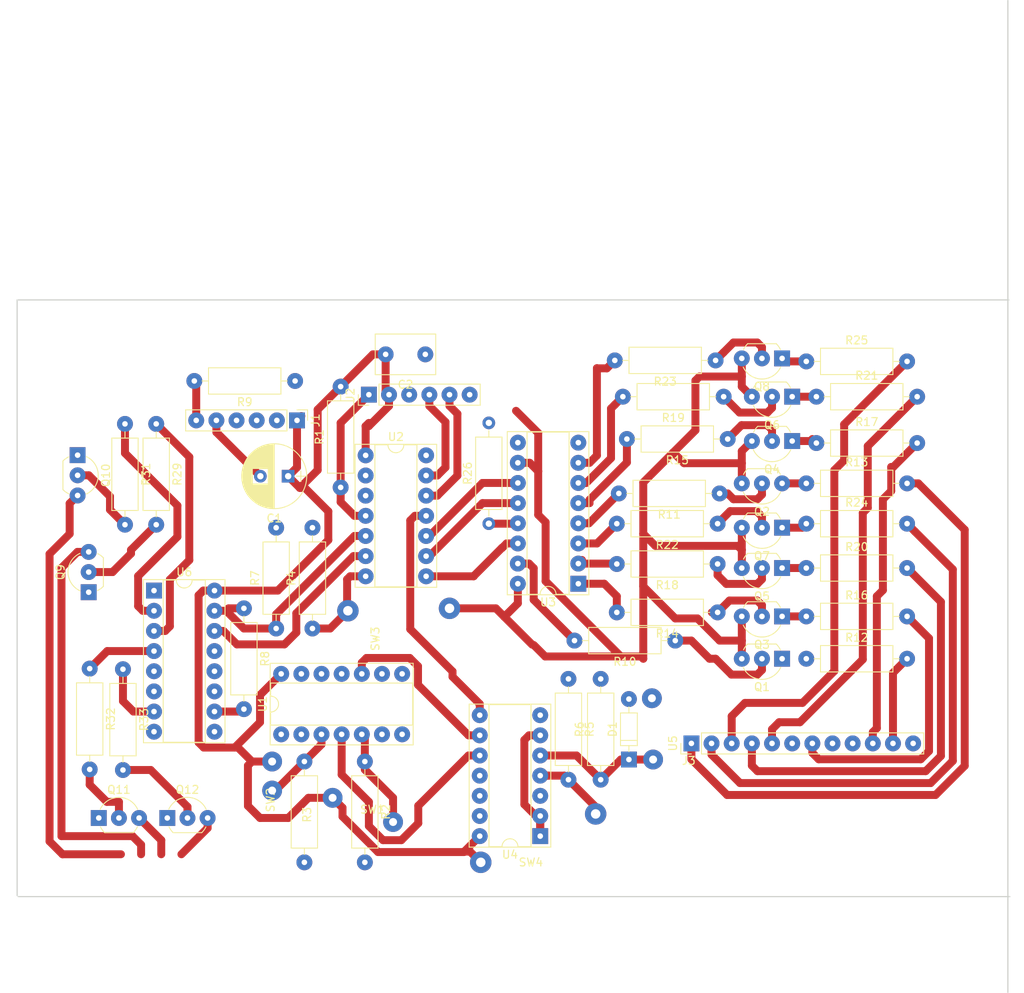
<source format=kicad_pcb>
(kicad_pcb (version 20171130) (host pcbnew "(5.0.0)")
  (layers (0 F.Cu signal) (31 B.Cu signal) (34 B.Paste user) (35 F.Paste user) (36 B.SilkS user) (37 F.SilkS user) (38 B.Mask user) (39 F.Mask user) (44 Edge.Cuts user))
  (net 0 "")
  (net 1 GND)
  (net 2 +5V)
  (net 3 "Net-(D1-Pad1)")
  (net 4 "Net-(J1-Pad6)")
  (net 5 /ICSPDAT)
  (net 6 /ICSPCLK)
  (net 7 /MCLR)
  (net 8 "Net-(R2-Pad1)")
  (net 9 "Net-(R3-Pad1)")
  (net 10 /CONTINUE)
  (net 11 "Net-(R5-Pad2)")
  (net 12 /RESET_CTR)
  (net 13 "Net-(R8-Pad2)")
  (net 14 /MANUAL_TRIGGER)
  (net 15 /WATCH_RCLK)
  (net 16 /CTR_CLK)
  (net 17 /WATCH_CLK)
  (net 18 /TRIGGER)
  (net 19 /WATCH_DATA)
  (net 20 "Net-(U4-Pad1)")
  (net 21 /EXT_TRIGGER)
  (net 22 /CA2)
  (net 23 /CA1)
  (net 24 /CA3)
  (net 25 /CA4)
  (net 26 "Net-(Q8-Pad2)")
  (net 27 "Net-(Q12-Pad2)")
  (net 28 "Net-(Q11-Pad2)")
  (net 29 "Net-(Q10-Pad2)")
  (net 30 "Net-(Q9-Pad2)")
  (net 31 "Net-(Q7-Pad2)")
  (net 32 "Net-(Q5-Pad2)")
  (net 33 "Net-(Q3-Pad2)")
  (net 34 "Net-(Q2-Pad2)")
  (net 35 "Net-(Q1-Pad2)")
  (net 36 "Net-(Q6-Pad2)")
  (net 37 "Net-(Q4-Pad2)")
  (net 38 /e)
  (net 39 /QC)
  (net 40 /QG)
  (net 41 /c)
  (net 42 /g)
  (net 43 /QD)
  (net 44 /QDP)
  (net 45 /d)
  (net 46 /QA)
  (net 47 /dp)
  (net 48 /QF)
  (net 49 /b)
  (net 50 /QE)
  (net 51 /a)
  (net 52 /QB)
  (net 53 /f)
  (net 54 "Net-(Q11-Pad3)")
  (net 55 "Net-(Q7-Pad1)")
  (net 56 "Net-(Q12-Pad3)")
  (net 57 "Net-(Q10-Pad3)")
  (net 58 "Net-(Q9-Pad3)")
  (net 59 "Net-(Q8-Pad1)")
  (net 60 "Net-(Q4-Pad1)")
  (net 61 "Net-(Q3-Pad1)")
  (net 62 "Net-(Q2-Pad1)")
  (net 63 "Net-(Q6-Pad1)")
  (net 64 "Net-(Q5-Pad1)")
  (net 65 "Net-(Q1-Pad1)")
  (net 66 "Net-(R26-Pad1)")
  (net 67 "Net-(U1-Pad10)")
  (module Wire_Connections_Bridges:WireConnection_1.20mmDrill (layer F.Cu) (at 198.0692 113.5888)
    (fp_text reference SW4 (at 4.8514 0.2032) (layer F.SilkS))
    (fp_text value SW_SPST)
    (pad 1 thru_hole circle (at -1.4732 0.2032) (size 2.70002 2.70002) (drill 1.19888) (layers *.Cu *.Mask) (net 2 +5V))
    (pad 2 thru_hole circle (at 13.0048 -5.8928) (size 2.70002 2.70002) (drill 1.19888) (layers *.Cu *.Mask) (net 11 "Net-(R5-Pad2)"))
  )
  (module Resistors_THT:R_Axial_DIN0309_L9.0mm_D3.2mm_P12.70mm_Horizontal (layer F.Cu) (at 197.612 71.12 90)
    (fp_text reference R26 (at 6.35 -2.66 90) (layer F.SilkS))
    (fp_text value 10k)
    (pad 2 thru_hole oval (at 12.7 0 90) (size 1.6 1.6) (drill 0.8) (layers *.Cu *.Mask) (net 1 GND))
    (pad 1 thru_hole circle (at 0 0 90) (size 1.6 1.6) (drill 0.8) (layers *.Cu *.Mask) (net 66 "Net-(R26-Pad1)"))
  )
  (module Pin_Headers:Pin_Header_Straight_1x12_Pitch2.54mm (layer F.Cu) (at 223.139 98.806 90)
    (fp_text reference U5 (at 0 -2.33 90) (layer F.SilkS))
    (fp_text value CA56-12CGKWA)
    (pad 12 thru_hole oval (at 0 27.94 90) (size 2 2) (drill 0.7) (layers *.Cu *.Mask) (net 58 "Net-(Q9-Pad3)"))
    (pad 11 thru_hole oval (at 0 25.4 90) (size 2 2) (drill 0.7) (layers *.Cu *.Mask) (net 51 /a))
    (pad 10 thru_hole oval (at 0 22.86 90) (size 2 2) (drill 0.7) (layers *.Cu *.Mask) (net 53 /f))
    (pad 9 thru_hole oval (at 0 20.32 90) (size 2 2) (drill 0.7) (layers *.Cu *.Mask) (net 57 "Net-(Q10-Pad3)"))
    (pad 8 thru_hole oval (at 0 17.78 90) (size 2 2) (drill 0.7) (layers *.Cu *.Mask) (net 54 "Net-(Q11-Pad3)"))
    (pad 7 thru_hole oval (at 0 15.24 90) (size 2 2) (drill 0.7) (layers *.Cu *.Mask) (net 49 /b))
    (pad 6 thru_hole oval (at 0 12.7 90) (size 2 2) (drill 0.7) (layers *.Cu *.Mask) (net 56 "Net-(Q12-Pad3)"))
    (pad 5 thru_hole oval (at 0 10.16 90) (size 2 2) (drill 0.7) (layers *.Cu *.Mask) (net 42 /g))
    (pad 4 thru_hole oval (at 0 7.62 90) (size 2 2) (drill 0.7) (layers *.Cu *.Mask) (net 41 /c))
    (pad 3 thru_hole oval (at 0 5.08 90) (size 2 2) (drill 0.7) (layers *.Cu *.Mask) (net 47 /dp))
    (pad 2 thru_hole oval (at 0 2.54 90) (size 2 2) (drill 0.7) (layers *.Cu *.Mask) (net 45 /d))
    (pad 1 thru_hole rect (at 0 0 90) (size 2 2) (drill 0.7) (layers *.Cu *.Mask) (net 38 /e))
  )
  (module Resistors_THT:R_Axial_DIN0309_L9.0mm_D3.2mm_P12.70mm_Horizontal (layer F.Cu) (at 175.387 84.328 90)
    (fp_text reference R4 (at 6.35 -2.66 90) (layer F.SilkS))
    (fp_text value 100k)
    (pad 2 thru_hole oval (at 12.7 0 90) (size 2 2) (drill 0.7) (layers *.Cu *.Mask) (net 1 GND))
    (pad 1 thru_hole oval (at 0 0 90) (size 2 2) (drill 0.7) (layers *.Cu *.Mask) (net 10 /CONTINUE))
  )
  (module TO_SOT_Packages_THT:TO-92_Inline_Wide (layer F.Cu) (at 235.839 60.706 180)
    (fp_text reference Q4 (at 2.54 -3.56) (layer F.SilkS))
    (fp_text value 2N3904)
    (pad 2 thru_hole oval (at 2.54 0 180) (size 2 2) (drill 0.7) (layers *.Cu *.Mask) (net 37 "Net-(Q4-Pad2)"))
    (pad 3 thru_hole oval (at 5.08 0 180) (size 2 2) (drill 0.7) (layers *.Cu *.Mask) (net 2 +5V))
    (pad 1 thru_hole rect (at 0 0 180) (size 2 2) (drill 0.7) (layers *.Cu *.Mask) (net 60 "Net-(Q4-Pad1)"))
  )
  (module TO_SOT_Packages_THT:TO-92_Inline_Wide (layer F.Cu) (at 235.839 55.118 180)
    (fp_text reference Q6 (at 2.54 -3.56) (layer F.SilkS))
    (fp_text value 2N3904)
    (pad 1 thru_hole rect (at 0 0 180) (size 2 2) (drill 0.7) (layers *.Cu *.Mask) (net 63 "Net-(Q6-Pad1)"))
    (pad 3 thru_hole oval (at 5.08 0 180) (size 2 2) (drill 0.7) (layers *.Cu *.Mask) (net 2 +5V))
    (pad 2 thru_hole oval (at 2.54 0 180) (size 2 2) (drill 0.7) (layers *.Cu *.Mask) (net 36 "Net-(Q6-Pad2)"))
  )
  (module TO_SOT_Packages_THT:TO-92_Inline_Wide (layer F.Cu) (at 234.569 88.138 180)
    (fp_text reference Q1 (at 2.54 -3.56) (layer F.SilkS))
    (fp_text value 2N3904)
    (pad 2 thru_hole oval (at 2.54 0 180) (size 2 2) (drill 0.7) (layers *.Cu *.Mask) (net 35 "Net-(Q1-Pad2)"))
    (pad 3 thru_hole oval (at 5.08 0 180) (size 2 2) (drill 0.7) (layers *.Cu *.Mask) (net 2 +5V))
    (pad 1 thru_hole rect (at 0 0 180) (size 2 2) (drill 0.7) (layers *.Cu *.Mask) (net 65 "Net-(Q1-Pad1)"))
  )
  (module TO_SOT_Packages_THT:TO-92_Inline_Wide (layer F.Cu) (at 234.569 66.04 180)
    (fp_text reference Q2 (at 2.54 -3.56) (layer F.SilkS))
    (fp_text value 2N3904)
    (pad 1 thru_hole oval (at 0 0 180) (size 2 2) (drill 0.7) (layers *.Cu *.Mask) (net 62 "Net-(Q2-Pad1)"))
    (pad 3 thru_hole oval (at 5.08 0 180) (size 2 2) (drill 0.7) (layers *.Cu *.Mask) (net 2 +5V))
    (pad 2 thru_hole oval (at 2.54 0 180) (size 2 2) (drill 0.7) (layers *.Cu *.Mask) (net 34 "Net-(Q2-Pad2)"))
  )
  (module TO_SOT_Packages_THT:TO-92_Inline_Wide (layer F.Cu) (at 234.569 82.804 180)
    (fp_text reference Q3 (at 2.54 -3.56) (layer F.SilkS))
    (fp_text value 2N3904)
    (pad 2 thru_hole oval (at 2.54 0 180) (size 2 2) (drill 0.7) (layers *.Cu *.Mask) (net 33 "Net-(Q3-Pad2)"))
    (pad 3 thru_hole oval (at 5.08 0 180) (size 2 2) (drill 0.7) (layers *.Cu *.Mask) (net 2 +5V))
    (pad 1 thru_hole rect (at 0 0 180) (size 2 2) (drill 0.7) (layers *.Cu *.Mask) (net 61 "Net-(Q3-Pad1)"))
  )
  (module TO_SOT_Packages_THT:TO-92_Inline_Wide (layer F.Cu) (at 234.569 76.708 180)
    (fp_text reference Q5 (at 2.54 -3.56) (layer F.SilkS))
    (fp_text value 2N3904)
    (pad 1 thru_hole rect (at 0 0 180) (size 2 2) (drill 0.7) (layers *.Cu *.Mask) (net 64 "Net-(Q5-Pad1)"))
    (pad 3 thru_hole oval (at 5.08 0 180) (size 2 2) (drill 0.7) (layers *.Cu *.Mask) (net 2 +5V))
    (pad 2 thru_hole oval (at 2.54 0 180) (size 2 2) (drill 0.7) (layers *.Cu *.Mask) (net 32 "Net-(Q5-Pad2)"))
  )
  (module TO_SOT_Packages_THT:TO-92_Inline_Wide (layer F.Cu) (at 234.569 71.628 180)
    (fp_text reference Q7 (at 2.54 -3.56) (layer F.SilkS))
    (fp_text value 2N3904)
    (pad 2 thru_hole oval (at 2.54 0 180) (size 2 2) (drill 0.7) (layers *.Cu *.Mask) (net 31 "Net-(Q7-Pad2)"))
    (pad 3 thru_hole oval (at 5.08 0 180) (size 2 2) (drill 0.7) (layers *.Cu *.Mask) (net 2 +5V))
    (pad 1 thru_hole rect (at 0 0 180) (size 2 2) (drill 0.7) (layers *.Cu *.Mask) (net 55 "Net-(Q7-Pad1)"))
  )
  (module TO_SOT_Packages_THT:TO-92_Inline_Wide (layer F.Cu) (at 147.193 79.756 90)
    (fp_text reference Q9 (at 2.54 -3.56 270) (layer F.SilkS))
    (fp_text value 2N3904)
    (pad 1 thru_hole rect (at 0 0 90) (size 2 2) (drill 0.7) (layers *.Cu *.Mask) (net 1 GND))
    (pad 3 thru_hole oval (at 5.08 0 90) (size 2 2) (drill 0.7) (layers *.Cu *.Mask) (net 58 "Net-(Q9-Pad3)"))
    (pad 2 thru_hole oval (at 2.54 0 90) (size 2 2) (drill 0.7) (layers *.Cu *.Mask) (net 30 "Net-(Q9-Pad2)"))
  )
  (module TO_SOT_Packages_THT:TO-92_Inline_Wide (layer F.Cu) (at 145.796 62.484 270)
    (fp_text reference Q10 (at 2.54 -3.56 90) (layer F.SilkS))
    (fp_text value 2N3904)
    (pad 2 thru_hole oval (at 2.54 0 270) (size 2 2) (drill 0.7) (layers *.Cu *.Mask) (net 29 "Net-(Q10-Pad2)"))
    (pad 3 thru_hole oval (at 5.08 0 270) (size 2 2) (drill 0.7) (layers *.Cu *.Mask) (net 57 "Net-(Q10-Pad3)"))
    (pad 1 thru_hole rect (at 0 0 270) (size 2 2) (drill 0.7) (layers *.Cu *.Mask) (net 1 GND))
  )
  (module TO_SOT_Packages_THT:TO-92_Inline_Wide (layer F.Cu) (at 148.463 108.204)
    (fp_text reference Q11 (at 2.54 -3.56 180) (layer F.SilkS))
    (fp_text value 2N3904)
    (pad 1 thru_hole rect (at 0 0) (size 2 2) (drill 0.7) (layers *.Cu *.Mask) (net 1 GND))
    (pad 3 thru_hole oval (at 5.08 0) (size 2 2) (drill 0.7) (layers *.Cu *.Mask) (net 54 "Net-(Q11-Pad3)"))
    (pad 2 thru_hole oval (at 2.54 0) (size 2 2) (drill 0.7) (layers *.Cu *.Mask) (net 28 "Net-(Q11-Pad2)"))
  )
  (module TO_SOT_Packages_THT:TO-92_Inline_Wide (layer F.Cu) (at 157.099 108.204)
    (fp_text reference Q12 (at 2.54 -3.56 180) (layer F.SilkS))
    (fp_text value 2N3904)
    (pad 2 thru_hole oval (at 2.54 0) (size 2 2) (drill 0.7) (layers *.Cu *.Mask) (net 27 "Net-(Q12-Pad2)"))
    (pad 3 thru_hole oval (at 5.08 0) (size 2 2) (drill 0.7) (layers *.Cu *.Mask) (net 56 "Net-(Q12-Pad3)"))
    (pad 1 thru_hole rect (at 0 0) (size 2 2) (drill 0.7) (layers *.Cu *.Mask) (net 1 GND))
  )
  (module TO_SOT_Packages_THT:TO-92_Inline_Wide (layer F.Cu) (at 234.569 50.292 180)
    (fp_text reference Q8 (at 2.54 -3.56) (layer F.SilkS))
    (fp_text value 2N3904)
    (pad 1 thru_hole rect (at 0 0 180) (size 2 2) (drill 0.7) (layers *.Cu *.Mask) (net 59 "Net-(Q8-Pad1)"))
    (pad 3 thru_hole oval (at 5.08 0 180) (size 2 2) (drill 0.7) (layers *.Cu *.Mask) (net 2 +5V))
    (pad 2 thru_hole oval (at 2.54 0 180) (size 2 2) (drill 0.7) (layers *.Cu *.Mask) (net 26 "Net-(Q8-Pad2)"))
  )
  (module Housings_DIP:DIP-16_W7.62mm_Socket (layer F.Cu) (at 208.8896 78.6892 180)
    (fp_text reference U3 (at 3.81 -2.33 180) (layer F.SilkS))
    (fp_text value 74HC595)
    (pad 16 thru_hole oval (at 7.62 0 180) (size 2 2) (drill 0.7) (layers *.Cu *.Mask) (net 2 +5V))
    (pad 8 thru_hole oval (at 0 17.78 180) (size 2 2) (drill 0.7) (layers *.Cu *.Mask) (net 1 GND))
    (pad 15 thru_hole oval (at 7.62 2.54 180) (size 2 2) (drill 0.7) (layers *.Cu *.Mask) (net 46 /QA))
    (pad 7 thru_hole oval (at 0 15.24 180) (size 2 2) (drill 0.7) (layers *.Cu *.Mask) (net 44 /QDP))
    (pad 14 thru_hole oval (at 7.62 5.08 180) (size 2 2) (drill 0.7) (layers *.Cu *.Mask) (net 19 /WATCH_DATA))
    (pad 6 thru_hole oval (at 0 12.7 180) (size 2 2) (drill 0.7) (layers *.Cu *.Mask) (net 40 /QG))
    (pad 13 thru_hole oval (at 7.62 7.62 180) (size 2 2) (drill 0.7) (layers *.Cu *.Mask) (net 66 "Net-(R26-Pad1)"))
    (pad 5 thru_hole oval (at 0 10.16 180) (size 2 2) (drill 0.7) (layers *.Cu *.Mask) (net 48 /QF))
    (pad 12 thru_hole oval (at 7.62 10.16 180) (size 2 2) (drill 0.7) (layers *.Cu *.Mask) (net 15 /WATCH_RCLK))
    (pad 4 thru_hole oval (at 0 7.62 180) (size 2 2) (drill 0.7) (layers *.Cu *.Mask) (net 50 /QE))
    (pad 11 thru_hole oval (at 7.62 12.7 180) (size 2 2) (drill 0.7) (layers *.Cu *.Mask) (net 17 /WATCH_CLK))
    (pad 3 thru_hole oval (at 0 5.08 180) (size 2 2) (drill 0.7) (layers *.Cu *.Mask) (net 43 /QD))
    (pad 10 thru_hole oval (at 7.62 15.24 180) (size 2 2) (drill 0.7) (layers *.Cu *.Mask) (net 2 +5V))
    (pad 2 thru_hole oval (at 0 2.54 180) (size 2 2) (drill 0.7) (layers *.Cu *.Mask) (net 39 /QC))
    (pad 9 thru_hole oval (at 7.62 17.78 180) (size 2 2) (drill 0.7) (layers *.Cu *.Mask))
    (pad 1 thru_hole rect (at 0 0 180) (size 2 2) (drill 0.7) (layers *.Cu *.Mask) (net 52 /QB))
  )
  (module Resistors_THT:R_Axial_DIN0309_L9.0mm_D3.2mm_P12.70mm_Horizontal (layer F.Cu) (at 238.887 60.96)
    (fp_text reference R17 (at 6.35 -2.66) (layer F.SilkS))
    (fp_text value 500)
    (pad 1 thru_hole oval (at 0 0) (size 2 2) (drill 0.7) (layers *.Cu *.Mask) (net 60 "Net-(Q4-Pad1)"))
    (pad 2 thru_hole oval (at 12.7 0) (size 2 2) (drill 0.7) (layers *.Cu *.Mask) (net 53 /f))
  )
  (module Resistors_THT:R_Axial_DIN0309_L9.0mm_D3.2mm_P12.70mm_Horizontal (layer F.Cu) (at 226.441 82.296 180)
    (fp_text reference R14 (at 6.35 -2.66 180) (layer F.SilkS))
    (fp_text value 10k)
    (pad 2 thru_hole oval (at 12.7 0 180) (size 2 2) (drill 0.7) (layers *.Cu *.Mask) (net 52 /QB))
    (pad 1 thru_hole oval (at 0 0 180) (size 2 2) (drill 0.7) (layers *.Cu *.Mask) (net 33 "Net-(Q3-Pad2)"))
  )
  (module Resistors_THT:R_Axial_DIN0309_L9.0mm_D3.2mm_P12.70mm_Horizontal (layer F.Cu) (at 237.617 88.138)
    (fp_text reference R12 (at 6.35 -2.66) (layer F.SilkS))
    (fp_text value 500)
    (pad 1 thru_hole oval (at 0 0) (size 2 2) (drill 0.7) (layers *.Cu *.Mask) (net 65 "Net-(Q1-Pad1)"))
    (pad 2 thru_hole oval (at 12.7 0) (size 2 2) (drill 0.7) (layers *.Cu *.Mask) (net 51 /a))
  )
  (module Resistors_THT:R_Axial_DIN0309_L9.0mm_D3.2mm_P12.70mm_Horizontal (layer F.Cu) (at 226.695 67.31 180)
    (fp_text reference R11 (at 6.35 -2.66 180) (layer F.SilkS))
    (fp_text value 10k)
    (pad 2 thru_hole oval (at 12.7 0 180) (size 2 2) (drill 0.7) (layers *.Cu *.Mask) (net 50 /QE))
    (pad 1 thru_hole oval (at 0 0 180) (size 2 2) (drill 0.7) (layers *.Cu *.Mask) (net 34 "Net-(Q2-Pad2)"))
  )
  (module Resistors_THT:R_Axial_DIN0309_L9.0mm_D3.2mm_P12.70mm_Horizontal (layer F.Cu) (at 151.765 58.547 270)
    (fp_text reference R31 (at 6.35 -2.66 270) (layer F.SilkS))
    (fp_text value 200)
    (pad 1 thru_hole oval (at 0 0 270) (size 2 2) (drill 0.7) (layers *.Cu *.Mask) (net 22 /CA2))
    (pad 2 thru_hole oval (at 12.7 0 270) (size 2 2) (drill 0.7) (layers *.Cu *.Mask) (net 29 "Net-(Q10-Pad2)"))
  )
  (module Resistors_THT:R_Axial_DIN0309_L9.0mm_D3.2mm_P12.70mm_Horizontal (layer F.Cu) (at 237.617 82.804)
    (fp_text reference R16 (at 6.35 -2.66) (layer F.SilkS))
    (fp_text value 500)
    (pad 2 thru_hole oval (at 12.7 0) (size 2 2) (drill 0.7) (layers *.Cu *.Mask) (net 49 /b))
    (pad 1 thru_hole oval (at 0 0) (size 2 2) (drill 0.7) (layers *.Cu *.Mask) (net 61 "Net-(Q3-Pad1)"))
  )
  (module Resistors_THT:R_Axial_DIN0309_L9.0mm_D3.2mm_P12.70mm_Horizontal (layer F.Cu) (at 227.711 60.452 180)
    (fp_text reference R15 (at 6.35 -2.66 180) (layer F.SilkS))
    (fp_text value 10k)
    (pad 1 thru_hole oval (at 0 0 180) (size 2 2) (drill 0.7) (layers *.Cu *.Mask) (net 37 "Net-(Q4-Pad2)"))
    (pad 2 thru_hole oval (at 12.7 0 180) (size 2 2) (drill 0.7) (layers *.Cu *.Mask) (net 48 /QF))
  )
  (module Resistors_THT:R_Axial_DIN0309_L9.0mm_D3.2mm_P12.70mm_Horizontal (layer F.Cu) (at 237.617 50.673)
    (fp_text reference R25 (at 6.35 -2.66) (layer F.SilkS))
    (fp_text value 500)
    (pad 2 thru_hole oval (at 12.7 0) (size 2 2) (drill 0.7) (layers *.Cu *.Mask) (net 47 /dp))
    (pad 1 thru_hole oval (at 0 0) (size 2 2) (drill 0.7) (layers *.Cu *.Mask) (net 59 "Net-(Q8-Pad1)"))
  )
  (module Resistors_THT:R_Axial_DIN0309_L9.0mm_D3.2mm_P12.70mm_Horizontal (layer F.Cu) (at 221.107 85.852 180)
    (fp_text reference R10 (at 6.35 -2.66 180) (layer F.SilkS))
    (fp_text value 10k)
    (pad 1 thru_hole oval (at 0 0 180) (size 2 2) (drill 0.7) (layers *.Cu *.Mask) (net 35 "Net-(Q1-Pad2)"))
    (pad 2 thru_hole oval (at 12.7 0 180) (size 2 2) (drill 0.7) (layers *.Cu *.Mask) (net 46 /QA))
  )
  (module Resistors_THT:R_Axial_DIN0309_L9.0mm_D3.2mm_P12.70mm_Horizontal (layer F.Cu) (at 147.32 89.3826 270)
    (fp_text reference R32 (at 6.35 -2.66 270) (layer F.SilkS))
    (fp_text value 200)
    (pad 2 thru_hole oval (at 12.7 0 270) (size 2 2) (drill 0.7) (layers *.Cu *.Mask) (net 28 "Net-(Q11-Pad2)"))
    (pad 1 thru_hole oval (at 0 0 270) (size 2 2) (drill 0.7) (layers *.Cu *.Mask) (net 24 /CA3))
  )
  (module Resistors_THT:R_Axial_DIN0309_L9.0mm_D3.2mm_P12.70mm_Horizontal (layer F.Cu) (at 155.702 58.547 270)
    (fp_text reference R29 (at 6.35 -2.66 270) (layer F.SilkS))
    (fp_text value 200)
    (pad 2 thru_hole oval (at 12.7 0 270) (size 2 2) (drill 0.7) (layers *.Cu *.Mask) (net 30 "Net-(Q9-Pad2)"))
    (pad 1 thru_hole oval (at 0 0 270) (size 2 2) (drill 0.7) (layers *.Cu *.Mask) (net 23 /CA1))
  )
  (module Resistors_THT:R_Axial_DIN0309_L9.0mm_D3.2mm_P12.70mm_Horizontal (layer F.Cu) (at 237.617 71.12)
    (fp_text reference R24 (at 6.35 -2.66) (layer F.SilkS))
    (fp_text value 500)
    (pad 2 thru_hole oval (at 12.7 0) (size 2 2) (drill 0.7) (layers *.Cu *.Mask) (net 45 /d))
    (pad 1 thru_hole oval (at 0 0) (size 2 2) (drill 0.7) (layers *.Cu *.Mask) (net 55 "Net-(Q7-Pad1)"))
  )
  (module Resistors_THT:R_Axial_DIN0309_L9.0mm_D3.2mm_P12.70mm_Horizontal (layer F.Cu) (at 226.187 50.546 180)
    (fp_text reference R23 (at 6.35 -2.66 180) (layer F.SilkS))
    (fp_text value 10k)
    (pad 1 thru_hole oval (at 0 0 180) (size 2 2) (drill 0.7) (layers *.Cu *.Mask) (net 26 "Net-(Q8-Pad2)"))
    (pad 2 thru_hole oval (at 12.7 0 180) (size 2 2) (drill 0.7) (layers *.Cu *.Mask) (net 44 /QDP))
  )
  (module Resistors_THT:R_Axial_DIN0309_L9.0mm_D3.2mm_P12.70mm_Horizontal (layer F.Cu) (at 226.441 71.12 180)
    (fp_text reference R22 (at 6.35 -2.66 180) (layer F.SilkS))
    (fp_text value 10k)
    (pad 2 thru_hole oval (at 12.7 0 180) (size 2 2) (drill 0.7) (layers *.Cu *.Mask) (net 43 /QD))
    (pad 1 thru_hole oval (at 0 0 180) (size 2 2) (drill 0.7) (layers *.Cu *.Mask) (net 31 "Net-(Q7-Pad2)"))
  )
  (module Resistors_THT:R_Axial_DIN0309_L9.0mm_D3.2mm_P12.70mm_Horizontal (layer F.Cu) (at 238.887 55.118)
    (fp_text reference R21 (at 6.35 -2.66) (layer F.SilkS))
    (fp_text value 500)
    (pad 1 thru_hole oval (at 0 0) (size 2 2) (drill 0.7) (layers *.Cu *.Mask) (net 63 "Net-(Q6-Pad1)"))
    (pad 2 thru_hole oval (at 12.7 0) (size 2 2) (drill 0.7) (layers *.Cu *.Mask) (net 42 /g))
  )
  (module Resistors_THT:R_Axial_DIN0309_L9.0mm_D3.2mm_P12.70mm_Horizontal (layer F.Cu) (at 237.617 76.708)
    (fp_text reference R20 (at 6.35 -2.66) (layer F.SilkS))
    (fp_text value 500)
    (pad 2 thru_hole oval (at 12.7 0) (size 2 2) (drill 0.7) (layers *.Cu *.Mask) (net 41 /c))
    (pad 1 thru_hole oval (at 0 0) (size 2 2) (drill 0.7) (layers *.Cu *.Mask) (net 64 "Net-(Q5-Pad1)"))
  )
  (module Resistors_THT:R_Axial_DIN0309_L9.0mm_D3.2mm_P12.70mm_Horizontal (layer F.Cu) (at 227.203 55.118 180)
    (fp_text reference R19 (at 6.35 -2.66 180) (layer F.SilkS))
    (fp_text value 10k)
    (pad 1 thru_hole oval (at 0 0 180) (size 2 2) (drill 0.7) (layers *.Cu *.Mask) (net 36 "Net-(Q6-Pad2)"))
    (pad 2 thru_hole oval (at 12.7 0 180) (size 2 2) (drill 0.7) (layers *.Cu *.Mask) (net 40 /QG))
  )
  (module Resistors_THT:R_Axial_DIN0309_L9.0mm_D3.2mm_P12.70mm_Horizontal (layer F.Cu) (at 226.441 76.2 180)
    (fp_text reference R18 (at 6.35 -2.66 180) (layer F.SilkS))
    (fp_text value 10k)
    (pad 2 thru_hole oval (at 12.7 0 180) (size 2 2) (drill 0.7) (layers *.Cu *.Mask) (net 39 /QC))
    (pad 1 thru_hole oval (at 0 0 180) (size 2 2) (drill 0.7) (layers *.Cu *.Mask) (net 32 "Net-(Q5-Pad2)"))
  )
  (module Resistors_THT:R_Axial_DIN0309_L9.0mm_D3.2mm_P12.70mm_Horizontal (layer F.Cu) (at 237.617 66.04)
    (fp_text reference R13 (at 6.35 -2.66) (layer F.SilkS))
    (fp_text value 500)
    (pad 1 thru_hole oval (at 0 0) (size 2 2) (drill 0.7) (layers *.Cu *.Mask) (net 62 "Net-(Q2-Pad1)"))
    (pad 2 thru_hole oval (at 12.7 0) (size 2 2) (drill 0.7) (layers *.Cu *.Mask) (net 38 /e))
  )
  (module Resistors_THT:R_Axial_DIN0309_L9.0mm_D3.2mm_P12.70mm_Horizontal (layer F.Cu) (at 151.511 89.4588 270)
    (fp_text reference R33 (at 6.35 -2.66 270) (layer F.SilkS))
    (fp_text value 200)
    (pad 2 thru_hole oval (at 12.7 0 270) (size 2 2) (drill 0.7) (layers *.Cu *.Mask) (net 27 "Net-(Q12-Pad2)"))
    (pad 1 thru_hole oval (at 0 0 270) (size 2 2) (drill 0.7) (layers *.Cu *.Mask) (net 25 /CA4))
  )
  (module Wire_Connections_Bridges:WireConnection_1.00mmDrill (layer F.Cu) (at 217.9574 100.7872)
    (fp_text reference J3 (at 4.8514 0.2032) (layer F.SilkS))
    (fp_text value Conn_Coaxial)
    (pad 2 thru_hole circle (at 0.2032 -7.6708) (size 2.49936 2.49936) (drill 1.00076) (layers *.Cu *.Mask) (net 1 GND))
    (pad 1 thru_hole circle (at 0.3556 0.0508) (size 2.49936 2.49936) (drill 1.00076) (layers *.Cu *.Mask) (net 3 "Net-(D1-Pad1)"))
  )
  (module Wire_Connections_Bridges:WireConnection_1.00mmDrill (layer F.Cu) (at 178.0794 106.934)
    (fp_text reference SW1 (at 4.8514 0.2032) (layer F.SilkS))
    (fp_text value SW_Push)
    (pad 1 thru_hole circle (at -0.1524 -1.27) (size 2.49936 2.49936) (drill 1.00076) (layers *.Cu *.Mask) (net 2 +5V))
    (pad 2 thru_hole circle (at 7.4676 1.778) (size 2.49936 2.49936) (drill 1.00076) (layers *.Cu *.Mask) (net 8 "Net-(R2-Pad1)"))
  )
  (module Wire_Connections_Bridges:WireConnection_1.00mmDrill (layer F.Cu) (at 170.307 101.092 270)
    (fp_text reference SW2 (at 4.8514 0.2032 270) (layer F.SilkS))
    (fp_text value SW_Push)
    (pad 2 thru_hole circle (at 3.6576 0 270) (size 2.49936 2.49936) (drill 1.00076) (layers *.Cu *.Mask) (net 9 "Net-(R3-Pad1)"))
    (pad 1 thru_hole circle (at 0 0 270) (size 2.49936 2.49936) (drill 1.00076) (layers *.Cu *.Mask) (net 2 +5V))
  )
  (module Wire_Connections_Bridges:WireConnection_1.20mmDrill (layer F.Cu) (at 183.515 80.772 270)
    (fp_text reference SW3 (at 4.8514 0.2032 270) (layer F.SilkS))
    (fp_text value SW_SPST)
    (pad 2 thru_hole circle (at 1.3208 3.6576 270) (size 2.70002 2.70002) (drill 1.19888) (layers *.Cu *.Mask) (net 10 /CONTINUE))
    (pad 1 thru_hole circle (at 1.016 -9.144 270) (size 2.70002 2.70002) (drill 1.19888) (layers *.Cu *.Mask) (net 2 +5V))
  )
  (module Housings_DIP:DIP-14_W7.62mm_Socket (layer F.Cu) (at 182.0926 62.5094)
    (fp_text reference U2 (at 3.81 -2.33) (layer F.SilkS))
    (fp_text value PIC16F616-IP)
    (pad 14 thru_hole oval (at 7.62 0) (size 2 2) (drill 0.7) (layers *.Cu *.Mask) (net 1 GND))
    (pad 7 thru_hole oval (at 0 15.24) (size 2 2) (drill 0.7) (layers *.Cu *.Mask) (net 10 /CONTINUE))
    (pad 13 thru_hole oval (at 7.62 2.54) (size 2 2) (drill 0.7) (layers *.Cu *.Mask) (net 5 /ICSPDAT))
    (pad 6 thru_hole oval (at 0 12.7) (size 2 2) (drill 0.7) (layers *.Cu *.Mask) (net 16 /CTR_CLK))
    (pad 12 thru_hole oval (at 7.62 5.08) (size 2 2) (drill 0.7) (layers *.Cu *.Mask) (net 6 /ICSPCLK))
    (pad 5 thru_hole oval (at 0 10.16) (size 2 2) (drill 0.7) (layers *.Cu *.Mask) (net 12 /RESET_CTR))
    (pad 11 thru_hole oval (at 7.62 7.62) (size 2 2) (drill 0.7) (layers *.Cu *.Mask) (net 18 /TRIGGER))
    (pad 4 thru_hole oval (at 0 7.62) (size 2 2) (drill 0.7) (layers *.Cu *.Mask) (net 7 /MCLR))
    (pad 10 thru_hole oval (at 7.62 10.16) (size 2 2) (drill 0.7) (layers *.Cu *.Mask) (net 17 /WATCH_CLK))
    (pad 3 thru_hole oval (at 0 5.08) (size 2 2) (drill 0.7) (layers *.Cu *.Mask))
    (pad 9 thru_hole oval (at 7.62 12.7) (size 2 2) (drill 0.7) (layers *.Cu *.Mask) (net 15 /WATCH_RCLK))
    (pad e thru_hole oval (at 0 2.54) (size 2 2) (drill 0.7) (layers *.Cu *.Mask))
    (pad 8 thru_hole oval (at 7.62 15.24) (size 2 2) (drill 0.7) (layers *.Cu *.Mask) (net 19 /WATCH_DATA))
    (pad 1 thru_hole oval (at 0 0) (size 2 2) (drill 0.7) (layers *.Cu *.Mask) (net 2 +5V))
  )
  (module Capacitors_THT:CP_Radial_D8.0mm_P3.50mm (layer F.Cu) (at 172.3263 65.1383 180)
    (fp_text reference C1 (at 1.75 -5.31 180) (layer F.SilkS))
    (fp_text value 47uF)
    (pad 2 thru_hole circle (at 3.5 0 180) (size 1.6 1.6) (drill 0.8) (layers *.Cu *.Mask) (net 1 GND))
    (pad 1 thru_hole rect (at 0 0 180) (size 1.6 1.6) (drill 0.8) (layers *.Cu *.Mask) (net 2 +5V))
  )
  (module Pin_Headers:Pin_Header_Straight_1x06_Pitch2.54mm (layer F.Cu) (at 173.4439 58.1025 270)
    (fp_text reference J1 (at 0 -2.33 270) (layer F.SilkS))
    (fp_text value USB_B_Micro)
    (pad 1 thru_hole rect (at 0 0 270) (size 2 2) (drill 0.7) (layers *.Cu *.Mask) (net 2 +5V))
    (pad 2 thru_hole oval (at 0 2.54 270) (size 2 2) (drill 0.7) (layers *.Cu *.Mask))
    (pad 3 thru_hole oval (at 0 5.08 270) (size 2 2) (drill 0.7) (layers *.Cu *.Mask))
    (pad 4 thru_hole oval (at 0 7.62 270) (size 2 2) (drill 0.7) (layers *.Cu *.Mask))
    (pad 5 thru_hole oval (at 0 10.16 270) (size 2 2) (drill 0.7) (layers *.Cu *.Mask) (net 1 GND))
    (pad 6 thru_hole oval (at 0 12.7 270) (size 2 2) (drill 0.7) (layers *.Cu *.Mask) (net 4 "Net-(J1-Pad6)"))
  )
  (module Resistors_THT:R_Axial_DIN0309_L9.0mm_D3.2mm_P12.70mm_Horizontal (layer F.Cu) (at 173.2026 53.1368 180)
    (fp_text reference R9 (at 6.35 -2.66 180) (layer F.SilkS))
    (fp_text value 1M)
    (pad 2 thru_hole oval (at 12.7 0 180) (size 2 2) (drill 0.7) (layers *.Cu *.Mask) (net 4 "Net-(J1-Pad6)"))
    (pad 1 thru_hole oval (at 0 0 180) (size 2 2) (drill 0.7) (layers *.Cu *.Mask) (net 1 GND))
  )
  (module Capacitors_THT:C_Disc_D7.5mm_W5.0mm_P5.00mm (layer F.Cu) (at 189.611 49.784 180)
    (fp_text reference C2 (at 2.5 -3.81 180) (layer F.SilkS))
    (fp_text value 100nF)
    (pad 2 thru_hole oval (at 5 0 180) (size 2 2) (drill 0.7) (layers *.Cu *.Mask) (net 2 +5V))
    (pad 1 thru_hole oval (at 0 0 180) (size 2 2) (drill 0.7) (layers *.Cu *.Mask) (net 1 GND))
  )
  (module Diodes_THT:D_DO-35_SOD27_P7.62mm_Horizontal (layer F.Cu) (at 215.265 100.838 90)
    (fp_text reference D1 (at 3.81 -2.06 90) (layer F.SilkS))
    (fp_text value D_Zener)
    (pad 2 thru_hole oval (at 7.62 0 90) (size 2 2) (drill 0.7) (layers *.Cu *.Mask) (net 1 GND))
    (pad 1 thru_hole rect (at 0 0 90) (size 2 2) (drill 0.7) (layers *.Cu *.Mask) (net 3 "Net-(D1-Pad1)"))
  )
  (module Pin_Headers:Pin_Header_Straight_1x06_Pitch2.54mm (layer F.Cu) (at 182.499 54.864 90)
    (fp_text reference J2 (at 0 -2.33 90) (layer F.SilkS))
    (fp_text value Conn_01x06)
    (pad 6 thru_hole oval (at 0 12.7 90) (size 2 2) (drill 0.7) (layers *.Cu *.Mask))
    (pad 5 thru_hole oval (at 0 10.16 90) (size 2 2) (drill 0.7) (layers *.Cu *.Mask) (net 6 /ICSPCLK))
    (pad 4 thru_hole oval (at 0 7.62 90) (size 2 2) (drill 0.7) (layers *.Cu *.Mask) (net 5 /ICSPDAT))
    (pad 3 thru_hole oval (at 0 5.08 90) (size 2 2) (drill 0.7) (layers *.Cu *.Mask) (net 1 GND))
    (pad 2 thru_hole oval (at 0 2.54 90) (size 2 2) (drill 0.7) (layers *.Cu *.Mask) (net 2 +5V))
    (pad 1 thru_hole rect (at 0 0 90) (size 2 2) (drill 0.7) (layers *.Cu *.Mask) (net 7 /MCLR))
  )
  (module Resistors_THT:R_Axial_DIN0309_L9.0mm_D3.2mm_P12.70mm_Horizontal (layer F.Cu) (at 178.943 66.548 90)
    (fp_text reference R1 (at 6.35 -2.66 90) (layer F.SilkS))
    (fp_text value 5k)
    (pad 1 thru_hole oval (at 0 0 90) (size 2 2) (drill 0.7) (layers *.Cu *.Mask) (net 7 /MCLR))
    (pad 2 thru_hole oval (at 12.7 0 90) (size 2 2) (drill 0.7) (layers *.Cu *.Mask) (net 2 +5V))
  )
  (module Resistors_THT:R_Axial_DIN0309_L9.0mm_D3.2mm_P12.70mm_Horizontal (layer F.Cu) (at 181.991 101.092 270)
    (fp_text reference R2 (at 6.35 -2.66 270) (layer F.SilkS))
    (fp_text value 100k)
    (pad 1 thru_hole oval (at 0 0 270) (size 2 2) (drill 0.7) (layers *.Cu *.Mask) (net 8 "Net-(R2-Pad1)"))
    (pad 2 thru_hole oval (at 12.7 0 270) (size 2 2) (drill 0.7) (layers *.Cu *.Mask) (net 1 GND))
  )
  (module Resistors_THT:R_Axial_DIN0309_L9.0mm_D3.2mm_P12.70mm_Horizontal (layer F.Cu) (at 174.371 101.092 270)
    (fp_text reference R3 (at 6.7056 -0.3429 270) (layer F.SilkS))
    (fp_text value 100k)
    (pad 2 thru_hole oval (at 12.7 0 270) (size 2 2) (drill 0.7) (layers *.Cu *.Mask) (net 1 GND))
    (pad 1 thru_hole oval (at 0 0 270) (size 2 2) (drill 0.7) (layers *.Cu *.Mask) (net 9 "Net-(R3-Pad1)"))
  )
  (module Resistors_THT:R_Axial_DIN0309_L9.0mm_D3.2mm_P12.70mm_Horizontal (layer F.Cu) (at 207.645 90.678 270)
    (fp_text reference R5 (at 6.35 -2.66 270) (layer F.SilkS))
    (fp_text value 100k)
    (pad 2 thru_hole oval (at 12.7 0 270) (size 2 2) (drill 0.7) (layers *.Cu *.Mask) (net 11 "Net-(R5-Pad2)"))
    (pad 1 thru_hole oval (at 0 0 270) (size 2 2) (drill 0.7) (layers *.Cu *.Mask) (net 1 GND))
  )
  (module Resistors_THT:R_Axial_DIN0309_L9.0mm_D3.2mm_P12.70mm_Horizontal (layer F.Cu) (at 211.709 103.378 90)
    (fp_text reference R6 (at 6.35 -2.66 90) (layer F.SilkS))
    (fp_text value 100k)
    (pad 1 thru_hole oval (at 0 0 90) (size 2 2) (drill 0.7) (layers *.Cu *.Mask) (net 3 "Net-(D1-Pad1)"))
    (pad 2 thru_hole oval (at 12.7 0 90) (size 2 2) (drill 0.7) (layers *.Cu *.Mask) (net 1 GND))
  )
  (module Resistors_THT:R_Axial_DIN0309_L9.0mm_D3.2mm_P12.70mm_Horizontal (layer F.Cu) (at 170.815 84.328 90)
    (fp_text reference R7 (at 6.35 -2.66 90) (layer F.SilkS))
    (fp_text value 100k)
    (pad 2 thru_hole oval (at 12.7 0 90) (size 2 2) (drill 0.7) (layers *.Cu *.Mask) (net 1 GND))
    (pad 1 thru_hole oval (at 0 0 90) (size 2 2) (drill 0.7) (layers *.Cu *.Mask) (net 12 /RESET_CTR))
  )
  (module Resistors_THT:R_Axial_DIN0309_L9.0mm_D3.2mm_P12.70mm_Horizontal (layer F.Cu) (at 166.751 81.788 270)
    (fp_text reference R8 (at 6.35 -2.66 270) (layer F.SilkS))
    (fp_text value 10k)
    (pad 1 thru_hole oval (at 0 0 270) (size 2 2) (drill 0.7) (layers *.Cu *.Mask) (net 12 /RESET_CTR))
    (pad 2 thru_hole oval (at 12.7 0 270) (size 2 2) (drill 0.7) (layers *.Cu *.Mask) (net 13 "Net-(R8-Pad2)"))
  )
  (module Housings_DIP:DIP-14_W7.62mm_Socket (layer F.Cu) (at 171.45 97.663 90)
    (fp_text reference U1 (at 3.81 -2.33 90) (layer F.SilkS))
    (fp_text value 74HC14)
    (pad 1 thru_hole oval (at 0 0 90) (size 2 2) (drill 0.7) (layers *.Cu *.Mask))
    (pad 8 thru_hole oval (at 7.62 15.24 90) (size 2 2) (drill 0.7) (layers *.Cu *.Mask))
    (pad 2 thru_hole oval (at 0 2.54 90) (size 2 2) (drill 0.7) (layers *.Cu *.Mask))
    (pad 9 thru_hole oval (at 7.62 12.7 90) (size 2 2) (drill 0.7) (layers *.Cu *.Mask))
    (pad 3 thru_hole oval (at 0 5.08 90) (size 2 2) (drill 0.7) (layers *.Cu *.Mask) (net 9 "Net-(R3-Pad1)"))
    (pad 10 thru_hole oval (at 7.62 10.16 90) (size 2 2) (drill 0.7) (layers *.Cu *.Mask) (net 67 "Net-(U1-Pad10)"))
    (pad 4 thru_hole oval (at 0 7.62 90) (size 2 2) (drill 0.7) (layers *.Cu *.Mask) (net 14 /MANUAL_TRIGGER))
    (pad 11 thru_hole oval (at 7.62 7.62 90) (size 2 2) (drill 0.7) (layers *.Cu *.Mask) (net 21 /EXT_TRIGGER))
    (pad 5 thru_hole oval (at 0 10.16 90) (size 2 2) (drill 0.7) (layers *.Cu *.Mask) (net 8 "Net-(R2-Pad1)"))
    (pad 12 thru_hole oval (at 7.62 5.08 90) (size 2 2) (drill 0.7) (layers *.Cu *.Mask))
    (pad 6 thru_hole oval (at 0 12.7 90) (size 2 2) (drill 0.7) (layers *.Cu *.Mask))
    (pad 13 thru_hole oval (at 7.62 2.54 90) (size 2 2) (drill 0.7) (layers *.Cu *.Mask))
    (pad 7 thru_hole oval (at 0 15.24 90) (size 2 2) (drill 0.7) (layers *.Cu *.Mask) (net 1 GND))
    (pad 14 thru_hole oval (at 7.62 0 90) (size 2 2) (drill 0.7) (layers *.Cu *.Mask) (net 2 +5V))
  )
  (module Housings_DIP:DIP-14_W7.62mm_Socket (layer F.Cu) (at 204.089 110.49 180)
    (fp_text reference U4 (at 3.81 -2.33 180) (layer F.SilkS))
    (fp_text value 74HC00)
    (pad 14 thru_hole oval (at 7.62 0 180) (size 2 2) (drill 0.7) (layers *.Cu *.Mask) (net 2 +5V))
    (pad 7 thru_hole oval (at 0 15.24 180) (size 2 2) (drill 0.7) (layers *.Cu *.Mask) (net 1 GND))
    (pad 13 thru_hole oval (at 7.62 2.54 180) (size 2 2) (drill 0.7) (layers *.Cu *.Mask))
    (pad 6 thru_hole oval (at 0 12.7 180) (size 2 2) (drill 0.7) (layers *.Cu *.Mask) (net 20 "Net-(U4-Pad1)"))
    (pad 12 thru_hole oval (at 7.62 5.08 180) (size 2 2) (drill 0.7) (layers *.Cu *.Mask))
    (pad 5 thru_hole oval (at 0 10.16 180) (size 2 2) (drill 0.7) (layers *.Cu *.Mask) (net 3 "Net-(D1-Pad1)"))
    (pad 11 thru_hole oval (at 7.62 7.62 180) (size 2 2) (drill 0.7) (layers *.Cu *.Mask))
    (pad 4 thru_hole oval (at 0 7.62 180) (size 2 2) (drill 0.7) (layers *.Cu *.Mask) (net 11 "Net-(R5-Pad2)"))
    (pad 10 thru_hole oval (at 7.62 10.16 180) (size 2 2) (drill 0.7) (layers *.Cu *.Mask) (net 14 /MANUAL_TRIGGER))
    (pad 3 thru_hole oval (at 0 5.08 180) (size 2 2) (drill 0.7) (layers *.Cu *.Mask) (net 21 /EXT_TRIGGER))
    (pad 9 thru_hole oval (at 7.62 12.7 180) (size 2 2) (drill 0.7) (layers *.Cu *.Mask) (net 67 "Net-(U1-Pad10)"))
    (pad 2 thru_hole oval (at 0 2.54 180) (size 2 2) (drill 0.7) (layers *.Cu *.Mask) (net 20 "Net-(U4-Pad1)"))
    (pad 8 thru_hole oval (at 7.62 15.24 180) (size 2 2) (drill 0.7) (layers *.Cu *.Mask) (net 18 /TRIGGER))
    (pad 1 thru_hole rect (at 0 0 180) (size 2 2) (drill 0.7) (layers *.Cu *.Mask) (net 20 "Net-(U4-Pad1)"))
  )
  (module Housings_DIP:DIP-16_W7.62mm_Socket (layer F.Cu) (at 155.4226 79.5528)
    (fp_text reference U6 (at 3.81 -2.33) (layer F.SilkS))
    (fp_text value 4017)
    (pad 1 thru_hole rect (at 0 0) (size 2 2) (drill 0.7) (layers *.Cu *.Mask))
    (pad 9 thru_hole oval (at 7.62 17.78) (size 2 2) (drill 0.7) (layers *.Cu *.Mask))
    (pad 2 thru_hole oval (at 0 2.54) (size 2 2) (drill 0.7) (layers *.Cu *.Mask) (net 22 /CA2))
    (pad 10 thru_hole oval (at 7.62 15.24) (size 2 2) (drill 0.7) (layers *.Cu *.Mask) (net 13 "Net-(R8-Pad2)"))
    (pad 3 thru_hole oval (at 0 5.08) (size 2 2) (drill 0.7) (layers *.Cu *.Mask) (net 23 /CA1))
    (pad 11 thru_hole oval (at 7.62 12.7) (size 2 2) (drill 0.7) (layers *.Cu *.Mask))
    (pad 4 thru_hole oval (at 0 7.62) (size 2 2) (drill 0.7) (layers *.Cu *.Mask) (net 24 /CA3))
    (pad 12 thru_hole oval (at 7.62 10.16) (size 2 2) (drill 0.7) (layers *.Cu *.Mask))
    (pad 5 thru_hole oval (at 0 10.16) (size 2 2) (drill 0.7) (layers *.Cu *.Mask))
    (pad 13 thru_hole oval (at 7.62 7.62) (size 2 2) (drill 0.7) (layers *.Cu *.Mask) (net 1 GND))
    (pad 6 thru_hole oval (at 0 12.7) (size 2 2) (drill 0.7) (layers *.Cu *.Mask))
    (pad 14 thru_hole oval (at 7.62 5.08) (size 2 2) (drill 0.7) (layers *.Cu *.Mask) (net 16 /CTR_CLK))
    (pad 7 thru_hole oval (at 0 15.24) (size 2 2) (drill 0.7) (layers *.Cu *.Mask) (net 25 /CA4))
    (pad 15 thru_hole oval (at 7.62 2.54) (size 2 2) (drill 0.7) (layers *.Cu *.Mask) (net 12 /RESET_CTR))
    (pad 8 thru_hole oval (at 0 17.78) (size 2 2) (drill 0.7) (layers *.Cu *.Mask) (net 1 GND))
    (pad 16 thru_hole oval (at 7.62 0) (size 2 2) (drill 0.7) (layers *.Cu *.Mask) (net 2 +5V))
  )
  (gr_line (start 263.017 5.207) (end 263.017 130.175) (layer Edge.Cuts) (width 0.15))
  (gr_line (start 263.271 118.11) (end 138.303 118.11) (layer Edge.Cuts) (width 0.15))
  (gr_line (start 263.144 42.926) (end 138.176 42.926) (layer Edge.Cuts) (width 0.15))
  (gr_line (start 138.176 42.926) (end 138.176 117.983) (layer Edge.Cuts) (width 0.15))
  (segment (start 163.2839 59.5959) (end 168.8263 65.1383) (width 1) (layer F.Cu) (net 1))
  (segment (start 163.2839 59.5959) (end 163.2839 58.1025) (width 1) (layer F.Cu) (net 1))
  (segment (start 173.99 57.5564) (end 173.4439 58.1025) (width 1) (layer F.Cu) (net 2))
  (segment (start 173.4439 64.0207) (end 172.3263 65.1383) (width 1) (layer F.Cu) (net 2))
  (segment (start 173.4439 58.1025) (end 173.4439 64.0207) (width 1) (layer F.Cu) (net 2))
  (segment (start 202.7682 63.4492) (end 201.2696 63.4492) (width 1) (layer F.Cu) (net 2))
  (segment (start 203.835 64.516) (end 202.7682 63.4492) (width 1) (layer F.Cu) (net 2))
  (segment (start 176.0474 56.7436) (end 178.943 53.848) (width 1) (layer F.Cu) (net 2))
  (segment (start 176.0474 64.3636) (end 176.0474 56.7436) (width 1) (layer F.Cu) (net 2))
  (segment (start 173.7995 66.6115) (end 176.0474 64.3636) (width 1) (layer F.Cu) (net 2))
  (segment (start 198.501 81.788) (end 199.5678 82.8548) (width 1) (layer F.Cu) (net 2))
  (segment (start 192.659 81.788) (end 198.501 81.788) (width 1) (layer F.Cu) (net 2))
  (segment (start 201.2696 81.153) (end 199.5678 82.8548) (width 1) (layer F.Cu) (net 2))
  (segment (start 201.2696 78.6892) (end 201.2696 81.153) (width 1) (layer F.Cu) (net 2))
  (segment (start 199.5678 82.8548) (end 203.073 86.36) (width 1) (layer F.Cu) (net 2))
  (segment (start 182.0926 62.5094) (end 182.0926 58.8264) (width 1) (layer F.Cu) (net 2))
  (segment (start 167.767 101.092) (end 170.307 101.092) (width 1) (layer F.Cu) (net 2))
  (segment (start 177.927 105.664) (end 174.879 105.664) (width 1) (layer F.Cu) (net 2))
  (segment (start 172.339 108.204) (end 168.783 108.204) (width 1) (layer F.Cu) (net 2))
  (segment (start 168.783 108.204) (end 167.259 106.68) (width 1) (layer F.Cu) (net 2))
  (segment (start 167.259 106.68) (end 167.259 101.6) (width 1) (layer F.Cu) (net 2))
  (segment (start 174.879 105.664) (end 172.339 108.204) (width 1) (layer F.Cu) (net 2))
  (segment (start 167.259 101.6) (end 167.767 101.092) (width 1) (layer F.Cu) (net 2))
  (segment (start 174.4345 66.6115) (end 173.7995 66.6115) (width 1) (layer F.Cu) (net 2))
  (segment (start 177.387001 69.564001) (end 174.4345 66.6115) (width 1) (layer F.Cu) (net 2))
  (segment (start 177.387001 73.183999) (end 177.387001 69.564001) (width 1) (layer F.Cu) (net 2))
  (segment (start 171.0182 79.5528) (end 177.387001 73.183999) (width 1) (layer F.Cu) (net 2))
  (segment (start 172.3263 65.1383) (end 173.7995 66.6115) (width 1) (layer F.Cu) (net 2))
  (segment (start 184.611 54.436) (end 185.039 54.864) (width 1) (layer F.Cu) (net 2))
  (segment (start 184.611 49.784) (end 184.611 54.436) (width 1) (layer F.Cu) (net 2))
  (segment (start 183.007 49.784) (end 178.943 53.848) (width 1) (layer F.Cu) (net 2))
  (segment (start 184.611 49.784) (end 183.007 49.784) (width 1) (layer F.Cu) (net 2))
  (segment (start 182.499 58.42) (end 182.0926 58.8264) (width 1) (layer F.Cu) (net 2))
  (segment (start 185.039 55.88) (end 185.039 54.864) (width 1) (layer F.Cu) (net 2))
  (segment (start 171.0182 79.5528) (end 163.0426 79.5528) (width 1) (layer F.Cu) (net 2))
  (segment (start 216.789 87.852001) (end 217.074999 88.138) (width 1) (layer F.Cu) (net 2))
  (segment (start 203.2762 86.4108) (end 204.717401 87.852001) (width 1) (layer F.Cu) (net 2))
  (segment (start 217.074999 87.241997) (end 217.074999 88.138) (width 1) (layer F.Cu) (net 2))
  (segment (start 229.489 61.976) (end 230.759 60.706) (width 1) (layer F.Cu) (net 2))
  (segment (start 229.489 53.848) (end 230.759 55.118) (width 1) (layer F.Cu) (net 2))
  (segment (start 229.489 52.578) (end 224.155 52.578) (width 1) (layer F.Cu) (net 2))
  (segment (start 229.489 52.578) (end 229.489 53.848) (width 1) (layer F.Cu) (net 2))
  (segment (start 224.155 52.578) (end 223.647 53.086) (width 1) (layer F.Cu) (net 2))
  (segment (start 223.647 53.086) (end 223.647 59.348002) (width 1) (layer F.Cu) (net 2))
  (segment (start 229.489 85.852) (end 226.695 85.852) (width 1) (layer F.Cu) (net 2))
  (segment (start 229.489 85.852) (end 229.489 82.804) (width 1) (layer F.Cu) (net 2))
  (segment (start 229.489 88.138) (end 229.489 85.852) (width 1) (layer F.Cu) (net 2))
  (segment (start 223.901 83.058) (end 221.107 83.058) (width 1) (layer F.Cu) (net 2))
  (segment (start 226.695 85.852) (end 223.901 83.058) (width 1) (layer F.Cu) (net 2))
  (segment (start 217.074999 79.025999) (end 217.074999 77.724) (width 1) (layer F.Cu) (net 2))
  (segment (start 221.107 83.058) (end 217.074999 79.025999) (width 1) (layer F.Cu) (net 2))
  (segment (start 217.074999 77.724) (end 217.074999 87.241997) (width 1) (layer F.Cu) (net 2))
  (segment (start 218.598999 73.914) (end 217.074999 72.39) (width 1) (layer F.Cu) (net 2))
  (segment (start 228.981 73.914) (end 218.598999 73.914) (width 1) (layer F.Cu) (net 2))
  (segment (start 229.489 76.708) (end 229.489 74.422) (width 1) (layer F.Cu) (net 2))
  (segment (start 229.489 74.422) (end 229.489 71.628) (width 1) (layer F.Cu) (net 2))
  (segment (start 229.489 74.422) (end 228.981 73.914) (width 1) (layer F.Cu) (net 2))
  (segment (start 217.074999 65.920003) (end 217.074999 72.39) (width 1) (layer F.Cu) (net 2))
  (segment (start 217.074999 72.39) (end 217.074999 77.724) (width 1) (layer F.Cu) (net 2))
  (segment (start 222.210998 63.5) (end 220.853 62.142002) (width 1) (layer F.Cu) (net 2))
  (segment (start 229.489 63.5) (end 222.210998 63.5) (width 1) (layer F.Cu) (net 2))
  (segment (start 220.853 62.142002) (end 217.074999 65.920003) (width 1) (layer F.Cu) (net 2))
  (segment (start 223.647 59.348002) (end 220.853 62.142002) (width 1) (layer F.Cu) (net 2))
  (segment (start 229.489 63.5) (end 229.489 61.976) (width 1) (layer F.Cu) (net 2))
  (segment (start 229.489 66.04) (end 229.489 63.5) (width 1) (layer F.Cu) (net 2))
  (segment (start 229.489 50.292) (end 229.489 52.578) (width 1) (layer F.Cu) (net 2))
  (segment (start 185.039 56.278213) (end 185.039 54.864) (width 1) (layer F.Cu) (net 2))
  (segment (start 182.490813 58.8264) (end 185.039 56.278213) (width 1) (layer F.Cu) (net 2))
  (segment (start 182.0926 58.8264) (end 182.490813 58.8264) (width 1) (layer F.Cu) (net 2))
  (segment (start 203.835 59.69) (end 203.835 64.516) (width 1) (layer F.Cu) (net 2))
  (segment (start 201.041 56.896) (end 203.835 59.69) (width 1) (layer F.Cu) (net 2))
  (segment (start 214.884 87.852001) (end 216.789 87.852001) (width 1) (layer F.Cu) (net 2))
  (segment (start 204.717401 87.852001) (end 214.884 87.852001) (width 1) (layer F.Cu) (net 2))
  (segment (start 168.783 96.139) (end 168.783 92.71) (width 1) (layer F.Cu) (net 2))
  (segment (start 161.628387 79.5528) (end 161.042599 80.138588) (width 1) (layer F.Cu) (net 2))
  (segment (start 163.0426 79.5528) (end 161.628387 79.5528) (width 1) (layer F.Cu) (net 2))
  (segment (start 168.783 92.71) (end 171.45 90.043) (width 1) (layer F.Cu) (net 2))
  (segment (start 161.042599 80.138588) (end 161.042599 98.685599) (width 1) (layer F.Cu) (net 2))
  (segment (start 161.042599 98.685599) (end 161.689801 99.332801) (width 1) (layer F.Cu) (net 2))
  (segment (start 161.689801 99.332801) (end 165.589199 99.332801) (width 1) (layer F.Cu) (net 2))
  (segment (start 165.589199 99.332801) (end 168.783 96.139) (width 1) (layer F.Cu) (net 2))
  (segment (start 166.007801 99.332801) (end 167.767 101.092) (width 1) (layer F.Cu) (net 2))
  (segment (start 165.589199 99.332801) (end 166.007801 99.332801) (width 1) (layer F.Cu) (net 2))
  (segment (start 203.835 70.0024) (end 203.835 64.516) (width 1) (layer F.Cu) (net 2))
  (segment (start 204.76961 70.93701) (end 203.835 70.0024) (width 1) (layer F.Cu) (net 2))
  (segment (start 204.76961 78.369212) (end 204.76961 70.93701) (width 1) (layer F.Cu) (net 2))
  (segment (start 214.884 87.852001) (end 214.252399 87.852001) (width 1) (layer F.Cu) (net 2))
  (segment (start 214.252399 87.852001) (end 204.76961 78.369212) (width 1) (layer F.Cu) (net 2))
  (segment (start 195.469001 111.489999) (end 196.469 110.49) (width 1) (layer F.Cu) (net 2))
  (segment (start 194.46099 112.49801) (end 195.469001 111.489999) (width 1) (layer F.Cu) (net 2))
  (segment (start 183.655676 112.49801) (end 194.46099 112.49801) (width 1) (layer F.Cu) (net 2))
  (segment (start 179.176679 108.019013) (end 183.655676 112.49801) (width 1) (layer F.Cu) (net 2))
  (segment (start 179.176679 106.913679) (end 179.176679 108.019013) (width 1) (layer F.Cu) (net 2))
  (segment (start 177.927 105.664) (end 179.176679 106.913679) (width 1) (layer F.Cu) (net 2))
  (segment (start 194.517009 112.441991) (end 194.46099 112.49801) (width 1) (layer F.Cu) (net 2))
  (segment (start 195.245991 112.441991) (end 194.517009 112.441991) (width 1) (layer F.Cu) (net 2))
  (segment (start 196.596 113.792) (end 195.245991 112.441991) (width 1) (layer F.Cu) (net 2))
  (segment (start 218.313 100.838) (end 215.265 100.838) (width 1) (layer F.Cu) (net 3))
  (segment (start 214.249 100.838) (end 211.709 103.378) (width 1) (layer F.Cu) (net 3))
  (segment (start 215.265 100.838) (end 214.249 100.838) (width 1) (layer F.Cu) (net 3))
  (segment (start 208.661 100.33) (end 211.709 103.378) (width 1) (layer F.Cu) (net 3))
  (segment (start 204.089 100.33) (end 208.661 100.33) (width 1) (layer F.Cu) (net 3))
  (segment (start 160.7439 58.1025) (end 160.7439 53.3781) (width 1) (layer F.Cu) (net 4))
  (segment (start 160.7439 53.3781) (end 160.5026 53.1368) (width 1) (layer F.Cu) (net 4))
  (segment (start 191.126813 65.0494) (end 192.151 64.025213) (width 1) (layer F.Cu) (net 5))
  (segment (start 189.7126 65.0494) (end 191.126813 65.0494) (width 1) (layer F.Cu) (net 5))
  (segment (start 190.119 56.278213) (end 190.119 54.864) (width 1) (layer F.Cu) (net 5))
  (segment (start 192.151 64.025213) (end 192.151 58.310213) (width 1) (layer F.Cu) (net 5))
  (segment (start 192.151 58.310213) (end 190.119 56.278213) (width 1) (layer F.Cu) (net 5))
  (segment (start 191.126813 67.5894) (end 189.7126 67.5894) (width 1) (layer F.Cu) (net 6))
  (segment (start 193.65101 65.065203) (end 191.126813 67.5894) (width 1) (layer F.Cu) (net 6))
  (segment (start 192.659 54.864) (end 192.659 56.278213) (width 1) (layer F.Cu) (net 6))
  (segment (start 193.65101 57.270223) (end 193.65101 65.065203) (width 1) (layer F.Cu) (net 6))
  (segment (start 192.659 56.278213) (end 193.65101 57.270223) (width 1) (layer F.Cu) (net 6))
  (segment (start 181.9656 70.2564) (end 182.0926 70.1294) (width 1) (layer F.Cu) (net 7))
  (segment (start 178.943 68.394013) (end 178.943 66.548) (width 1) (layer F.Cu) (net 7))
  (segment (start 180.678387 70.1294) (end 178.943 68.394013) (width 1) (layer F.Cu) (net 7))
  (segment (start 182.0926 70.1294) (end 180.678387 70.1294) (width 1) (layer F.Cu) (net 7))
  (segment (start 178.943 58.42) (end 182.499 54.864) (width 1) (layer F.Cu) (net 7))
  (segment (start 178.943 66.548) (end 178.943 58.42) (width 1) (layer F.Cu) (net 7))
  (segment (start 181.991 102.108) (end 185.547 105.664) (width 1) (layer F.Cu) (net 8))
  (segment (start 181.991 101.092) (end 181.991 102.108) (width 1) (layer F.Cu) (net 8))
  (segment (start 185.547 105.664) (end 185.547 108.712) (width 1) (layer F.Cu) (net 8))
  (segment (start 181.991 98.044) (end 181.61 97.663) (width 1) (layer F.Cu) (net 8))
  (segment (start 181.991 101.092) (end 181.991 98.044) (width 1) (layer F.Cu) (net 8))
  (segment (start 170.7134 104.7496) (end 174.371 101.092) (width 1) (layer F.Cu) (net 9))
  (segment (start 170.307 104.7496) (end 170.7134 104.7496) (width 1) (layer F.Cu) (net 9))
  (segment (start 176.53 98.933) (end 176.53 97.663) (width 1) (layer F.Cu) (net 9))
  (segment (start 174.371 101.092) (end 176.53 98.933) (width 1) (layer F.Cu) (net 9))
  (segment (start 182.2069 77.8637) (end 182.0926 77.7494) (width 1) (layer F.Cu) (net 10))
  (segment (start 182.0926 77.7494) (end 180.1368 77.7494) (width 1) (layer F.Cu) (net 10))
  (segment (start 179.7558 78.1304) (end 179.7558 81.3816) (width 1) (layer F.Cu) (net 10))
  (segment (start 180.1368 77.7494) (end 179.7558 78.1304) (width 1) (layer F.Cu) (net 10))
  (segment (start 177.6222 84.328) (end 179.8574 82.0928) (width 1) (layer F.Cu) (net 10))
  (segment (start 175.387 84.328) (end 177.6222 84.328) (width 1) (layer F.Cu) (net 10))
  (segment (start 205.105 102.87) (end 204.089 102.87) (width 1) (layer F.Cu) (net 11))
  (segment (start 207.137 102.87) (end 207.645 103.378) (width 1) (layer F.Cu) (net 11))
  (segment (start 204.089 102.87) (end 207.137 102.87) (width 1) (layer F.Cu) (net 11))
  (segment (start 211.074 106.807) (end 207.645 103.378) (width 1) (layer F.Cu) (net 11))
  (segment (start 211.074 107.696) (end 211.074 106.807) (width 1) (layer F.Cu) (net 11))
  (segment (start 164.5158 82.0928) (end 166.751 84.328) (width 1) (layer F.Cu) (net 12))
  (segment (start 163.0426 82.0928) (end 164.5158 82.0928) (width 1) (layer F.Cu) (net 12))
  (segment (start 166.751 84.328) (end 170.815 84.328) (width 1) (layer F.Cu) (net 12))
  (segment (start 180.678387 72.6694) (end 182.0926 72.6694) (width 1) (layer F.Cu) (net 12))
  (segment (start 170.815 82.532787) (end 180.678387 72.6694) (width 1) (layer F.Cu) (net 12))
  (segment (start 170.815 84.328) (end 170.815 82.532787) (width 1) (layer F.Cu) (net 12))
  (segment (start 164.8206 81.788) (end 164.5158 82.0928) (width 1) (layer F.Cu) (net 12))
  (segment (start 166.751 81.788) (end 164.8206 81.788) (width 1) (layer F.Cu) (net 12))
  (segment (start 166.4462 94.7928) (end 166.751 94.488) (width 1) (layer F.Cu) (net 13))
  (segment (start 163.0426 94.7928) (end 166.4462 94.7928) (width 1) (layer F.Cu) (net 13))
  (segment (start 179.07 97.663) (end 179.07 102.743) (width 1) (layer F.Cu) (net 14))
  (segment (start 179.07 102.743) (end 182.499 106.172) (width 1) (layer F.Cu) (net 14))
  (segment (start 182.499 106.172) (end 182.499 109.22) (width 1) (layer F.Cu) (net 14))
  (segment (start 186.590529 110.998) (end 188.722 108.866529) (width 1) (layer F.Cu) (net 14))
  (segment (start 182.499 109.22) (end 184.277 110.998) (width 1) (layer F.Cu) (net 14))
  (segment (start 184.277 110.998) (end 186.590529 110.998) (width 1) (layer F.Cu) (net 14))
  (segment (start 195.054787 100.33) (end 196.469 100.33) (width 1) (layer F.Cu) (net 14))
  (segment (start 188.722 106.662787) (end 195.054787 100.33) (width 1) (layer F.Cu) (net 14))
  (segment (start 188.722 108.866529) (end 188.722 106.662787) (width 1) (layer F.Cu) (net 14))
  (segment (start 190.132602 75.2094) (end 189.7126 75.2094) (width 1) (layer F.Cu) (net 15))
  (segment (start 196.812802 68.5292) (end 190.132602 75.2094) (width 1) (layer F.Cu) (net 15))
  (segment (start 201.2696 68.5292) (end 196.812802 68.5292) (width 1) (layer F.Cu) (net 15))
  (segment (start 182.0037 75.1205) (end 182.0926 75.2094) (width 1) (layer F.Cu) (net 16))
  (segment (start 165.869171 86.328001) (end 171.862999 86.328001) (width 1) (layer F.Cu) (net 16))
  (segment (start 163.0426 84.6328) (end 164.17397 84.6328) (width 1) (layer F.Cu) (net 16))
  (segment (start 164.17397 84.6328) (end 165.869171 86.328001) (width 1) (layer F.Cu) (net 16))
  (segment (start 171.862999 86.328001) (end 173.355 84.836) (width 1) (layer F.Cu) (net 16))
  (segment (start 180.555466 75.2094) (end 182.0926 75.2094) (width 1) (layer F.Cu) (net 16))
  (segment (start 173.355 82.409866) (end 180.555466 75.2094) (width 1) (layer F.Cu) (net 16))
  (segment (start 173.355 84.836) (end 173.355 82.409866) (width 1) (layer F.Cu) (net 16))
  (segment (start 190.132602 72.6694) (end 189.7126 72.6694) (width 1) (layer F.Cu) (net 17))
  (segment (start 196.812802 65.9892) (end 190.132602 72.6694) (width 1) (layer F.Cu) (net 17))
  (segment (start 201.2696 65.9892) (end 196.812802 65.9892) (width 1) (layer F.Cu) (net 17))
  (segment (start 196.469 93.835787) (end 193.04 90.406787) (width 1) (layer F.Cu) (net 18))
  (segment (start 196.469 95.25) (end 196.469 93.835787) (width 1) (layer F.Cu) (net 18))
  (segment (start 188.298387 70.1294) (end 189.7126 70.1294) (width 1) (layer F.Cu) (net 18))
  (segment (start 187.712599 70.715188) (end 188.298387 70.1294) (width 1) (layer F.Cu) (net 18))
  (segment (start 187.712599 84.409399) (end 187.712599 70.715188) (width 1) (layer F.Cu) (net 18))
  (segment (start 193.04 89.7368) (end 187.712599 84.409399) (width 1) (layer F.Cu) (net 18))
  (segment (start 193.04 90.406787) (end 193.04 89.7368) (width 1) (layer F.Cu) (net 18))
  (segment (start 199.855387 73.6092) (end 199.296587 74.168) (width 1) (layer F.Cu) (net 19))
  (segment (start 201.2696 73.6092) (end 199.855387 73.6092) (width 1) (layer F.Cu) (net 19))
  (segment (start 199.296587 74.168) (end 199.263 74.168) (width 1) (layer F.Cu) (net 19))
  (segment (start 195.707 77.724) (end 195.707 77.7494) (width 1) (layer F.Cu) (net 19))
  (segment (start 199.263 74.168) (end 195.707 77.724) (width 1) (layer F.Cu) (net 19))
  (segment (start 189.7126 77.7494) (end 195.707 77.7494) (width 1) (layer F.Cu) (net 19))
  (segment (start 204.089 110.49) (end 204.089 107.95) (width 1) (layer F.Cu) (net 20))
  (segment (start 202.674787 97.79) (end 204.089 97.79) (width 1) (layer F.Cu) (net 20))
  (segment (start 202.088999 98.375788) (end 202.674787 97.79) (width 1) (layer F.Cu) (net 20))
  (segment (start 202.088999 106.489999) (end 202.088999 98.375788) (width 1) (layer F.Cu) (net 20))
  (segment (start 204.089 108.49) (end 202.088999 106.489999) (width 1) (layer F.Cu) (net 20))
  (segment (start 204.089 110.49) (end 204.089 108.49) (width 1) (layer F.Cu) (net 20))
  (segment (start 153.422599 77.717401) (end 158.369 72.771) (width 1) (layer F.Cu) (net 22))
  (segment (start 153.422599 81.507012) (end 153.422599 77.717401) (width 1) (layer F.Cu) (net 22))
  (segment (start 154.008387 82.0928) (end 153.422599 81.507012) (width 1) (layer F.Cu) (net 22))
  (segment (start 155.4226 82.0928) (end 154.008387 82.0928) (width 1) (layer F.Cu) (net 22))
  (segment (start 151.765 62.23) (end 151.765 58.547) (width 1) (layer F.Cu) (net 22))
  (segment (start 158.369 72.771) (end 158.369 68.834) (width 1) (layer F.Cu) (net 22))
  (segment (start 158.369 68.834) (end 151.765 62.23) (width 1) (layer F.Cu) (net 22))
  (segment (start 159.869009 62.714009) (end 159.869009 75.715991) (width 1) (layer F.Cu) (net 23))
  (segment (start 155.702 58.547) (end 159.869009 62.714009) (width 1) (layer F.Cu) (net 23))
  (segment (start 156.836813 84.6328) (end 155.4226 84.6328) (width 1) (layer F.Cu) (net 23))
  (segment (start 157.422601 84.047012) (end 156.836813 84.6328) (width 1) (layer F.Cu) (net 23))
  (segment (start 157.422601 78.162399) (end 157.422601 84.047012) (width 1) (layer F.Cu) (net 23))
  (segment (start 159.869009 75.715991) (end 157.422601 78.162399) (width 1) (layer F.Cu) (net 23))
  (segment (start 149.5298 87.1728) (end 147.32 89.3826) (width 1) (layer F.Cu) (net 24))
  (segment (start 155.4226 87.1728) (end 149.5298 87.1728) (width 1) (layer F.Cu) (net 24))
  (segment (start 151.511 89.4588) (end 151.511 93.472) (width 1) (layer F.Cu) (net 25))
  (segment (start 155.4226 94.7928) (end 152.8318 94.7928) (width 1) (layer F.Cu) (net 25))
  (segment (start 152.8318 94.7928) (end 151.511 93.472) (width 1) (layer F.Cu) (net 25))
  (segment (start 227.186999 49.546001) (end 226.187 50.546) (width 1) (layer F.Cu) (net 26))
  (segment (start 228.441001 48.291999) (end 227.186999 49.546001) (width 1) (layer F.Cu) (net 26))
  (segment (start 231.443212 48.291999) (end 228.441001 48.291999) (width 1) (layer F.Cu) (net 26))
  (segment (start 232.029 48.877787) (end 231.443212 48.291999) (width 1) (layer F.Cu) (net 26))
  (segment (start 232.029 50.292) (end 232.029 48.877787) (width 1) (layer F.Cu) (net 26))
  (segment (start 159.639 107.129198) (end 159.639 108.204) (width 1) (layer F.Cu) (net 27))
  (segment (start 159.639 106.789787) (end 159.639 108.204) (width 1) (layer F.Cu) (net 27))
  (segment (start 155.008013 102.1588) (end 159.639 106.789787) (width 1) (layer F.Cu) (net 27))
  (segment (start 151.511 102.1588) (end 155.008013 102.1588) (width 1) (layer F.Cu) (net 27))
  (segment (start 147.32 102.0826) (end 147.32 104.013) (width 1) (layer F.Cu) (net 28))
  (segment (start 151.003 106.172) (end 151.003 108.204) (width 1) (layer F.Cu) (net 28))
  (segment (start 149.479 106.172) (end 147.32 104.013) (width 1) (layer F.Cu) (net 28))
  (segment (start 151.003 106.172) (end 149.479 106.172) (width 1) (layer F.Cu) (net 28))
  (segment (start 147.210213 65.024) (end 145.796 65.024) (width 1) (layer F.Cu) (net 29))
  (segment (start 149.877213 67.691) (end 147.210213 65.024) (width 1) (layer F.Cu) (net 29))
  (segment (start 149.877213 69.359213) (end 151.765 71.247) (width 1) (layer F.Cu) (net 29))
  (segment (start 149.877213 67.691) (end 149.877213 69.359213) (width 1) (layer F.Cu) (net 29))
  (segment (start 150.194215 77.216) (end 147.193 77.216) (width 1) (layer F.Cu) (net 30))
  (segment (start 150.353214 77.057001) (end 150.194215 77.216) (width 1) (layer F.Cu) (net 30))
  (segment (start 155.702 71.247) (end 152.527 74.422) (width 1) (layer F.Cu) (net 30))
  (segment (start 152.527 74.883215) (end 150.194215 77.216) (width 1) (layer F.Cu) (net 30))
  (segment (start 152.527 74.422) (end 152.527 74.883215) (width 1) (layer F.Cu) (net 30))
  (segment (start 232.029 70.213787) (end 232.029 71.628) (width 1) (layer F.Cu) (net 31))
  (segment (start 231.355224 69.540011) (end 232.029 70.213787) (width 1) (layer F.Cu) (net 31))
  (segment (start 228.020989 69.540011) (end 231.355224 69.540011) (width 1) (layer F.Cu) (net 31))
  (segment (start 226.441 71.12) (end 228.020989 69.540011) (width 1) (layer F.Cu) (net 31))
  (segment (start 232.029 78.122213) (end 232.029 76.708) (width 1) (layer F.Cu) (net 32))
  (segment (start 231.443212 78.708001) (end 232.029 78.122213) (width 1) (layer F.Cu) (net 32))
  (segment (start 227.534788 78.708001) (end 231.443212 78.708001) (width 1) (layer F.Cu) (net 32))
  (segment (start 226.441 77.614213) (end 227.534788 78.708001) (width 1) (layer F.Cu) (net 32))
  (segment (start 226.441 76.2) (end 226.441 77.614213) (width 1) (layer F.Cu) (net 32))
  (segment (start 225.712587 82.296) (end 225.754332 82.296) (width 1) (layer F.Cu) (net 33))
  (segment (start 232.029 81.389787) (end 232.029 82.804) (width 1) (layer F.Cu) (net 33))
  (segment (start 231.443212 80.803999) (end 232.029 81.389787) (width 1) (layer F.Cu) (net 33))
  (segment (start 227.933001 80.803999) (end 231.443212 80.803999) (width 1) (layer F.Cu) (net 33))
  (segment (start 226.441 82.296) (end 227.933001 80.803999) (width 1) (layer F.Cu) (net 33))
  (segment (start 232.029 67.454213) (end 232.029 66.04) (width 1) (layer F.Cu) (net 34))
  (segment (start 231.443212 68.040001) (end 232.029 67.454213) (width 1) (layer F.Cu) (net 34))
  (segment (start 228.441001 68.040001) (end 231.443212 68.040001) (width 1) (layer F.Cu) (net 34))
  (segment (start 227.711 67.31) (end 228.441001 68.040001) (width 1) (layer F.Cu) (net 34))
  (segment (start 226.695 67.31) (end 227.711 67.31) (width 1) (layer F.Cu) (net 34))
  (segment (start 232.029 89.552213) (end 232.029 88.138) (width 1) (layer F.Cu) (net 35))
  (segment (start 231.443212 90.138001) (end 232.029 89.552213) (width 1) (layer F.Cu) (net 35))
  (segment (start 228.187001 90.138001) (end 231.443212 90.138001) (width 1) (layer F.Cu) (net 35))
  (segment (start 226.187 88.138) (end 228.187001 90.138001) (width 1) (layer F.Cu) (net 35))
  (segment (start 221.107 85.852) (end 223.139 85.852) (width 1) (layer F.Cu) (net 35))
  (segment (start 225.425 88.138) (end 223.139 85.852) (width 1) (layer F.Cu) (net 35))
  (segment (start 226.187 88.138) (end 225.425 88.138) (width 1) (layer F.Cu) (net 35))
  (segment (start 233.299 56.532213) (end 233.299 55.118) (width 1) (layer F.Cu) (net 36))
  (segment (start 232.713212 57.118001) (end 233.299 56.532213) (width 1) (layer F.Cu) (net 36))
  (segment (start 229.203001 57.118001) (end 232.713212 57.118001) (width 1) (layer F.Cu) (net 36))
  (segment (start 227.203 55.118) (end 229.203001 57.118001) (width 1) (layer F.Cu) (net 36))
  (segment (start 228.710999 59.452001) (end 227.711 60.452) (width 1) (layer F.Cu) (net 37))
  (segment (start 229.457001 58.705999) (end 228.710999 59.452001) (width 1) (layer F.Cu) (net 37))
  (segment (start 232.713212 58.705999) (end 229.457001 58.705999) (width 1) (layer F.Cu) (net 37))
  (segment (start 233.299 59.291787) (end 232.713212 58.705999) (width 1) (layer F.Cu) (net 37))
  (segment (start 233.299 60.706) (end 233.299 59.291787) (width 1) (layer F.Cu) (net 37))
  (segment (start 250.317 66.04) (end 251.731213 66.04) (width 1) (layer F.Cu) (net 38))
  (segment (start 257.57903 101.629974) (end 253.902975 105.306029) (width 1) (layer F.Cu) (net 38))
  (segment (start 251.731213 66.04) (end 257.579031 71.887818) (width 1) (layer F.Cu) (net 38))
  (segment (start 257.579031 71.887818) (end 257.57903 101.629974) (width 1) (layer F.Cu) (net 38))
  (segment (start 223.139 100.806) (end 223.139 98.806) (width 1) (layer F.Cu) (net 38))
  (segment (start 227.639028 105.306028) (end 223.139 100.806) (width 1) (layer F.Cu) (net 38))
  (segment (start 253.902975 105.306029) (end 227.639028 105.306028) (width 1) (layer F.Cu) (net 38))
  (segment (start 209.3468 75.692) (end 208.8896 76.1492) (width 1) (layer F.Cu) (net 39))
  (segment (start 213.6902 76.1492) (end 213.741 76.2) (width 1) (layer F.Cu) (net 39))
  (segment (start 208.8896 76.1492) (end 213.6902 76.1492) (width 1) (layer F.Cu) (net 39))
  (segment (start 213.503001 56.117999) (end 214.503 55.118) (width 1) (layer F.Cu) (net 40))
  (segment (start 213.010999 56.610001) (end 213.503001 56.117999) (width 1) (layer F.Cu) (net 40))
  (segment (start 213.010999 62.863348) (end 213.010999 56.610001) (width 1) (layer F.Cu) (net 40))
  (segment (start 208.8896 65.9892) (end 209.885147 65.9892) (width 1) (layer F.Cu) (net 40))
  (segment (start 209.885147 65.9892) (end 213.010999 62.863348) (width 1) (layer F.Cu) (net 40))
  (segment (start 230.759 100.008081) (end 230.759 98.806) (width 1) (layer F.Cu) (net 41))
  (segment (start 254.579011 80.970011) (end 254.579011 100.387325) (width 1) (layer F.Cu) (net 41))
  (segment (start 250.317 76.708) (end 254.579011 80.970011) (width 1) (layer F.Cu) (net 41))
  (segment (start 254.579011 100.387325) (end 252.660326 102.30601) (width 1) (layer F.Cu) (net 41))
  (segment (start 231.465011 102.306011) (end 230.759 101.6) (width 1) (layer F.Cu) (net 41))
  (segment (start 252.660326 102.30601) (end 231.465011 102.306011) (width 1) (layer F.Cu) (net 41))
  (segment (start 230.759 101.6) (end 230.759 100.008081) (width 1) (layer F.Cu) (net 41))
  (segment (start 233.299 97.028) (end 233.299 98.806) (width 1) (layer F.Cu) (net 42))
  (segment (start 234.188 96.139) (end 233.299 97.028) (width 1) (layer F.Cu) (net 42))
  (segment (start 245.364 61.341) (end 245.364 69.127002) (width 1) (layer F.Cu) (net 42))
  (segment (start 251.587 55.118) (end 245.364 61.341) (width 1) (layer F.Cu) (net 42))
  (segment (start 245.364 69.127002) (end 244.736591 69.754411) (width 1) (layer F.Cu) (net 42))
  (segment (start 244.736591 69.754411) (end 244.736591 88.221079) (width 1) (layer F.Cu) (net 42))
  (segment (start 244.736591 88.221079) (end 236.81867 96.139) (width 1) (layer F.Cu) (net 42))
  (segment (start 236.81867 96.139) (end 234.188 96.139) (width 1) (layer F.Cu) (net 42))
  (segment (start 211.2518 73.6092) (end 213.741 71.12) (width 1) (layer F.Cu) (net 43))
  (segment (start 208.8896 73.6092) (end 211.2518 73.6092) (width 1) (layer F.Cu) (net 43))
  (segment (start 211.232999 62.520014) (end 211.232999 51.530001) (width 1) (layer F.Cu) (net 44))
  (segment (start 210.303813 63.4492) (end 211.232999 62.520014) (width 1) (layer F.Cu) (net 44))
  (segment (start 208.8896 63.4492) (end 210.303813 63.4492) (width 1) (layer F.Cu) (net 44))
  (segment (start 211.248997 51.545999) (end 211.232999 51.530001) (width 1) (layer F.Cu) (net 44))
  (segment (start 212.487001 51.545999) (end 211.248997 51.545999) (width 1) (layer F.Cu) (net 44))
  (segment (start 213.487 50.546) (end 212.487001 51.545999) (width 1) (layer F.Cu) (net 44))
  (segment (start 225.679 100.008081) (end 225.679 98.806) (width 1) (layer F.Cu) (net 45))
  (segment (start 251.316999 72.119999) (end 250.317 71.12) (width 1) (layer F.Cu) (net 45))
  (segment (start 256.079021 76.882021) (end 251.316999 72.119999) (width 1) (layer F.Cu) (net 45))
  (segment (start 256.079021 101.008649) (end 256.079021 76.882021) (width 1) (layer F.Cu) (net 45))
  (segment (start 253.281651 103.806019) (end 256.079021 101.008649) (width 1) (layer F.Cu) (net 45))
  (segment (start 229.264806 103.806019) (end 253.281651 103.806019) (width 1) (layer F.Cu) (net 45))
  (segment (start 225.679 100.220213) (end 229.264806 103.806019) (width 1) (layer F.Cu) (net 45))
  (segment (start 225.679 98.806) (end 225.679 100.220213) (width 1) (layer F.Cu) (net 45))
  (segment (start 202.683813 76.1492) (end 201.2696 76.1492) (width 1) (layer F.Cu) (net 46))
  (segment (start 203.269601 76.734988) (end 202.683813 76.1492) (width 1) (layer F.Cu) (net 46))
  (segment (start 203.269601 80.714601) (end 203.269601 76.734988) (width 1) (layer F.Cu) (net 46))
  (segment (start 208.407 85.852) (end 203.269601 80.714601) (width 1) (layer F.Cu) (net 46))
  (segment (start 228.219 97.603919) (end 228.219 98.806) (width 1) (layer F.Cu) (net 47))
  (segment (start 228.219 95.377) (end 228.219 97.603919) (width 1) (layer F.Cu) (net 47))
  (segment (start 242.387011 58.602989) (end 242.387011 63.137323) (width 1) (layer F.Cu) (net 47))
  (segment (start 250.317 50.673) (end 242.387011 58.602989) (width 1) (layer F.Cu) (net 47))
  (segment (start 242.387011 63.137323) (end 241.14901 64.375324) (width 1) (layer F.Cu) (net 47))
  (segment (start 229.89399 93.70201) (end 228.219 95.377) (width 1) (layer F.Cu) (net 47))
  (segment (start 241.14901 64.375324) (end 241.14901 89.687326) (width 1) (layer F.Cu) (net 47))
  (segment (start 241.14901 89.687326) (end 237.134327 93.702009) (width 1) (layer F.Cu) (net 47))
  (segment (start 237.134327 93.702009) (end 229.89399 93.70201) (width 1) (layer F.Cu) (net 47))
  (segment (start 208.8896 68.5292) (end 209.4738 68.5292) (width 1) (layer F.Cu) (net 48))
  (segment (start 208.8896 68.5292) (end 210.303813 68.5292) (width 1) (layer F.Cu) (net 48))
  (segment (start 210.303813 68.5292) (end 210.303813 68.110534) (width 1) (layer F.Cu) (net 48))
  (segment (start 215.011 63.403347) (end 215.011 60.452) (width 1) (layer F.Cu) (net 48))
  (segment (start 210.303813 68.110534) (end 215.011 63.403347) (width 1) (layer F.Cu) (net 48))
  (segment (start 238.379 100.008081) (end 238.379 98.806) (width 1) (layer F.Cu) (net 49))
  (segment (start 239.17692 100.806001) (end 238.379 100.008081) (width 1) (layer F.Cu) (net 49))
  (segment (start 252.039001 100.806001) (end 239.17692 100.806001) (width 1) (layer F.Cu) (net 49))
  (segment (start 253.079001 99.766001) (end 252.039001 100.806001) (width 1) (layer F.Cu) (net 49))
  (segment (start 253.079001 85.566001) (end 253.079001 99.766001) (width 1) (layer F.Cu) (net 49))
  (segment (start 250.317 82.804) (end 253.079001 85.566001) (width 1) (layer F.Cu) (net 49))
  (segment (start 210.2358 71.0692) (end 213.995 67.31) (width 1) (layer F.Cu) (net 50))
  (segment (start 208.8896 71.0692) (end 210.2358 71.0692) (width 1) (layer F.Cu) (net 50))
  (segment (start 248.539 89.916) (end 248.539 98.806) (width 1) (layer F.Cu) (net 51))
  (segment (start 250.317 88.138) (end 248.539 89.916) (width 1) (layer F.Cu) (net 51))
  (segment (start 208.8896 78.6892) (end 212.1662 78.6892) (width 1) (layer F.Cu) (net 52))
  (segment (start 213.741 80.264) (end 213.741 82.296) (width 1) (layer F.Cu) (net 52))
  (segment (start 212.1662 78.6892) (end 213.741 80.264) (width 1) (layer F.Cu) (net 52))
  (segment (start 248.316999 67.000001) (end 248.316999 63.976001) (width 1) (layer F.Cu) (net 53))
  (segment (start 248.570999 63.976001) (end 251.587 60.96) (width 1) (layer F.Cu) (net 53))
  (segment (start 248.316999 63.976001) (end 248.570999 63.976001) (width 1) (layer F.Cu) (net 53))
  (segment (start 248.316999 67.000001) (end 247.269 68.048) (width 1) (layer F.Cu) (net 53))
  (segment (start 245.999 97.391787) (end 245.999 98.806) (width 1) (layer F.Cu) (net 53))
  (segment (start 246.507 96.883787) (end 245.999 97.391787) (width 1) (layer F.Cu) (net 53))
  (segment (start 246.507 80.264) (end 246.507 96.883787) (width 1) (layer F.Cu) (net 53))
  (segment (start 247.269 79.502) (end 246.507 80.264) (width 1) (layer F.Cu) (net 53))
  (segment (start 247.269 68.048) (end 247.269 79.502) (width 1) (layer F.Cu) (net 53))
  (segment (start 156.337 110.998) (end 156.337 112.776) (width 1) (layer F.Cu) (net 54))
  (segment (start 153.543 108.204) (end 156.337 110.998) (width 1) (layer F.Cu) (net 54))
  (segment (start 237.109 71.628) (end 237.617 71.12) (width 1) (layer F.Cu) (net 55))
  (segment (start 234.569 71.628) (end 237.109 71.628) (width 1) (layer F.Cu) (net 55))
  (segment (start 162.179 109.474) (end 158.877 112.776) (width 1) (layer F.Cu) (net 56))
  (segment (start 162.179 108.204) (end 162.179 109.474) (width 1) (layer F.Cu) (net 56))
  (segment (start 144.796001 72.39799) (end 142.263991 74.93) (width 1) (layer F.Cu) (net 57))
  (segment (start 144.796001 68.563999) (end 144.796001 72.39799) (width 1) (layer F.Cu) (net 57))
  (segment (start 145.796 67.564) (end 144.796001 68.563999) (width 1) (layer F.Cu) (net 57))
  (segment (start 142.263991 111.148991) (end 142.263991 74.93) (width 1) (layer F.Cu) (net 57))
  (segment (start 143.891 112.776) (end 142.263991 111.148991) (width 1) (layer F.Cu) (net 57))
  (segment (start 151.257 112.776) (end 143.891 112.776) (width 1) (layer F.Cu) (net 57))
  (segment (start 145.778787 74.676) (end 147.193 74.676) (width 1) (layer F.Cu) (net 58))
  (segment (start 143.764 76.690787) (end 145.778787 74.676) (width 1) (layer F.Cu) (net 58))
  (segment (start 143.764 110.49) (end 143.764 76.690787) (width 1) (layer F.Cu) (net 58))
  (segment (start 153.797 111.573919) (end 152.713081 110.49) (width 1) (layer F.Cu) (net 58))
  (segment (start 153.797 112.776) (end 153.797 111.573919) (width 1) (layer F.Cu) (net 58))
  (segment (start 152.713081 110.49) (end 143.764 110.49) (width 1) (layer F.Cu) (net 58))
  (segment (start 234.95 50.673) (end 234.569 50.292) (width 1) (layer F.Cu) (net 59))
  (segment (start 237.617 50.673) (end 234.95 50.673) (width 1) (layer F.Cu) (net 59))
  (segment (start 238.379 60.452) (end 238.887 60.96) (width 1) (layer F.Cu) (net 60))
  (segment (start 238.633 60.706) (end 238.887 60.96) (width 1) (layer F.Cu) (net 60))
  (segment (start 235.839 60.706) (end 238.633 60.706) (width 1) (layer F.Cu) (net 60))
  (segment (start 234.569 82.804) (end 237.617 82.804) (width 1) (layer F.Cu) (net 61))
  (segment (start 234.569 66.04) (end 237.617 66.04) (width 1) (layer F.Cu) (net 62))
  (segment (start 235.839 55.118) (end 238.887 55.118) (width 1) (layer F.Cu) (net 63))
  (segment (start 234.569 76.708) (end 237.617 76.708) (width 1) (layer F.Cu) (net 64))
  (segment (start 201.2188 71.12) (end 201.2696 71.0692) (width 1) (layer F.Cu) (net 66))
  (segment (start 197.612 71.12) (end 201.2188 71.12) (width 1) (layer F.Cu) (net 66))
  (segment (start 181.61 88.628787) (end 181.61 90.043) (width 1) (layer F.Cu) (net 67))
  (segment (start 182.195788 88.042999) (end 181.61 88.628787) (width 1) (layer F.Cu) (net 67))
  (segment (start 187.650001 88.042999) (end 182.195788 88.042999) (width 1) (layer F.Cu) (net 67))
  (segment (start 188.690001 89.082999) (end 187.650001 88.042999) (width 1) (layer F.Cu) (net 67))
  (segment (start 188.690001 91.425214) (end 188.690001 89.082999) (width 1) (layer F.Cu) (net 67))
  (segment (start 195.054787 97.79) (end 188.690001 91.425214) (width 1) (layer F.Cu) (net 67))
  (segment (start 196.469 97.79) (end 195.054787 97.79) (width 1) (layer F.Cu) (net 67))
)
</source>
